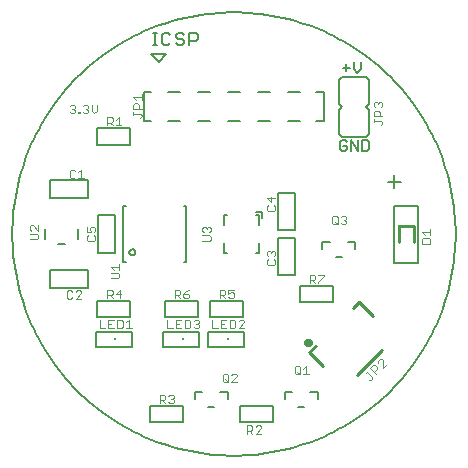
<source format=gto>
G75*
%MOIN*%
%OFA0B0*%
%FSLAX24Y24*%
%IPPOS*%
%LPD*%
%AMOC8*
5,1,8,0,0,1.08239X$1,22.5*
%
%ADD10C,0.0080*%
%ADD11C,0.0060*%
%ADD12C,0.0050*%
%ADD13C,0.0040*%
%ADD14R,0.0098X0.0098*%
%ADD15C,0.0100*%
%ADD16R,0.0551X0.0079*%
%ADD17C,0.0157*%
%ADD18C,0.0070*%
D10*
X009160Y005250D02*
X009360Y005250D01*
X009810Y005500D02*
X009810Y005750D01*
X009560Y005750D01*
X008960Y005750D02*
X008710Y005750D01*
X008710Y005500D01*
X011710Y005500D02*
X011710Y005750D01*
X011960Y005750D01*
X012560Y005750D02*
X012810Y005750D01*
X012810Y005500D01*
X012360Y005250D02*
X012160Y005250D01*
X008415Y010055D02*
X008415Y011945D01*
X008336Y011945D01*
X002623Y011000D02*
X002625Y011181D01*
X002632Y011362D01*
X002643Y011543D01*
X002659Y011724D01*
X002679Y011904D01*
X002703Y012084D01*
X002732Y012263D01*
X002765Y012441D01*
X002802Y012619D01*
X002844Y012795D01*
X002891Y012970D01*
X002941Y013144D01*
X002996Y013317D01*
X003055Y013489D01*
X003118Y013659D01*
X003185Y013827D01*
X003257Y013994D01*
X003332Y014158D01*
X003412Y014321D01*
X003495Y014482D01*
X003583Y014641D01*
X003674Y014798D01*
X003769Y014952D01*
X003868Y015104D01*
X003971Y015253D01*
X004077Y015400D01*
X004186Y015545D01*
X004300Y015686D01*
X004416Y015825D01*
X004537Y015961D01*
X004660Y016094D01*
X004787Y016223D01*
X004916Y016350D01*
X005049Y016473D01*
X005185Y016594D01*
X005324Y016710D01*
X005465Y016824D01*
X005610Y016933D01*
X005757Y017039D01*
X005906Y017142D01*
X006058Y017241D01*
X006212Y017336D01*
X006369Y017427D01*
X006528Y017515D01*
X006689Y017598D01*
X006852Y017678D01*
X007016Y017753D01*
X007183Y017825D01*
X007351Y017892D01*
X007521Y017955D01*
X007693Y018014D01*
X007866Y018069D01*
X008040Y018119D01*
X008215Y018166D01*
X008391Y018208D01*
X008569Y018245D01*
X008747Y018278D01*
X008926Y018307D01*
X009106Y018331D01*
X009286Y018351D01*
X009467Y018367D01*
X009648Y018378D01*
X009829Y018385D01*
X010010Y018387D01*
X010191Y018385D01*
X010372Y018378D01*
X010553Y018367D01*
X010734Y018351D01*
X010914Y018331D01*
X011094Y018307D01*
X011273Y018278D01*
X011451Y018245D01*
X011629Y018208D01*
X011805Y018166D01*
X011980Y018119D01*
X012154Y018069D01*
X012327Y018014D01*
X012499Y017955D01*
X012669Y017892D01*
X012837Y017825D01*
X013004Y017753D01*
X013168Y017678D01*
X013331Y017598D01*
X013492Y017515D01*
X013651Y017427D01*
X013808Y017336D01*
X013962Y017241D01*
X014114Y017142D01*
X014263Y017039D01*
X014410Y016933D01*
X014555Y016824D01*
X014696Y016710D01*
X014835Y016594D01*
X014971Y016473D01*
X015104Y016350D01*
X015233Y016223D01*
X015360Y016094D01*
X015483Y015961D01*
X015604Y015825D01*
X015720Y015686D01*
X015834Y015545D01*
X015943Y015400D01*
X016049Y015253D01*
X016152Y015104D01*
X016251Y014952D01*
X016346Y014798D01*
X016437Y014641D01*
X016525Y014482D01*
X016608Y014321D01*
X016688Y014158D01*
X016763Y013994D01*
X016835Y013827D01*
X016902Y013659D01*
X016965Y013489D01*
X017024Y013317D01*
X017079Y013144D01*
X017129Y012970D01*
X017176Y012795D01*
X017218Y012619D01*
X017255Y012441D01*
X017288Y012263D01*
X017317Y012084D01*
X017341Y011904D01*
X017361Y011724D01*
X017377Y011543D01*
X017388Y011362D01*
X017395Y011181D01*
X017397Y011000D01*
X017395Y010819D01*
X017388Y010638D01*
X017377Y010457D01*
X017361Y010276D01*
X017341Y010096D01*
X017317Y009916D01*
X017288Y009737D01*
X017255Y009559D01*
X017218Y009381D01*
X017176Y009205D01*
X017129Y009030D01*
X017079Y008856D01*
X017024Y008683D01*
X016965Y008511D01*
X016902Y008341D01*
X016835Y008173D01*
X016763Y008006D01*
X016688Y007842D01*
X016608Y007679D01*
X016525Y007518D01*
X016437Y007359D01*
X016346Y007202D01*
X016251Y007048D01*
X016152Y006896D01*
X016049Y006747D01*
X015943Y006600D01*
X015834Y006455D01*
X015720Y006314D01*
X015604Y006175D01*
X015483Y006039D01*
X015360Y005906D01*
X015233Y005777D01*
X015104Y005650D01*
X014971Y005527D01*
X014835Y005406D01*
X014696Y005290D01*
X014555Y005176D01*
X014410Y005067D01*
X014263Y004961D01*
X014114Y004858D01*
X013962Y004759D01*
X013808Y004664D01*
X013651Y004573D01*
X013492Y004485D01*
X013331Y004402D01*
X013168Y004322D01*
X013004Y004247D01*
X012837Y004175D01*
X012669Y004108D01*
X012499Y004045D01*
X012327Y003986D01*
X012154Y003931D01*
X011980Y003881D01*
X011805Y003834D01*
X011629Y003792D01*
X011451Y003755D01*
X011273Y003722D01*
X011094Y003693D01*
X010914Y003669D01*
X010734Y003649D01*
X010553Y003633D01*
X010372Y003622D01*
X010191Y003615D01*
X010010Y003613D01*
X009829Y003615D01*
X009648Y003622D01*
X009467Y003633D01*
X009286Y003649D01*
X009106Y003669D01*
X008926Y003693D01*
X008747Y003722D01*
X008569Y003755D01*
X008391Y003792D01*
X008215Y003834D01*
X008040Y003881D01*
X007866Y003931D01*
X007693Y003986D01*
X007521Y004045D01*
X007351Y004108D01*
X007183Y004175D01*
X007016Y004247D01*
X006852Y004322D01*
X006689Y004402D01*
X006528Y004485D01*
X006369Y004573D01*
X006212Y004664D01*
X006058Y004759D01*
X005906Y004858D01*
X005757Y004961D01*
X005610Y005067D01*
X005465Y005176D01*
X005324Y005290D01*
X005185Y005406D01*
X005049Y005527D01*
X004916Y005650D01*
X004787Y005777D01*
X004660Y005906D01*
X004537Y006039D01*
X004416Y006175D01*
X004300Y006314D01*
X004186Y006455D01*
X004077Y006600D01*
X003971Y006747D01*
X003868Y006896D01*
X003769Y007048D01*
X003674Y007202D01*
X003583Y007359D01*
X003495Y007518D01*
X003412Y007679D01*
X003332Y007842D01*
X003257Y008006D01*
X003185Y008173D01*
X003118Y008341D01*
X003055Y008511D01*
X002996Y008683D01*
X002941Y008856D01*
X002891Y009030D01*
X002844Y009205D01*
X002802Y009381D01*
X002765Y009559D01*
X002732Y009737D01*
X002703Y009916D01*
X002679Y010096D01*
X002659Y010276D01*
X002643Y010457D01*
X002632Y010638D01*
X002625Y010819D01*
X002623Y011000D01*
X003700Y010831D02*
X003700Y011169D01*
X004820Y011169D02*
X004820Y010831D01*
X004365Y010681D02*
X004154Y010681D01*
X006328Y010055D02*
X006407Y010055D01*
X006328Y010055D02*
X006328Y011945D01*
X006407Y011945D01*
X008336Y010055D02*
X008415Y010055D01*
X012960Y010500D02*
X012960Y010750D01*
X013210Y010750D01*
X013810Y010750D02*
X014060Y010750D01*
X014060Y010500D01*
X013610Y010250D02*
X013410Y010250D01*
X015360Y012540D02*
X015360Y012954D01*
X015567Y012747D02*
X015153Y012747D01*
X007760Y017000D02*
X007510Y016750D01*
X007260Y017000D01*
X007760Y017000D01*
X007817Y017290D02*
X007677Y017290D01*
X007606Y017360D01*
X007606Y017640D01*
X007677Y017710D01*
X007817Y017710D01*
X007887Y017640D01*
X008067Y017640D02*
X008067Y017570D01*
X008137Y017500D01*
X008277Y017500D01*
X008347Y017430D01*
X008347Y017360D01*
X008277Y017290D01*
X008137Y017290D01*
X008067Y017360D01*
X007887Y017360D02*
X007817Y017290D01*
X007440Y017290D02*
X007300Y017290D01*
X007370Y017290D02*
X007370Y017710D01*
X007300Y017710D02*
X007440Y017710D01*
X008067Y017640D02*
X008137Y017710D01*
X008277Y017710D01*
X008347Y017640D01*
X008527Y017710D02*
X008527Y017290D01*
X008527Y017430D02*
X008737Y017430D01*
X008807Y017500D01*
X008807Y017640D01*
X008737Y017710D01*
X008527Y017710D01*
D11*
X013510Y016150D02*
X013510Y015350D01*
X013610Y015250D01*
X013510Y015150D01*
X013510Y014350D01*
X013610Y014250D01*
X014410Y014250D01*
X014510Y014350D01*
X014510Y015150D01*
X014410Y015250D01*
X014510Y015350D01*
X014510Y016150D01*
X014410Y016250D01*
X013610Y016250D01*
X013510Y016150D01*
X013753Y016437D02*
X013753Y016664D01*
X013640Y016550D02*
X013866Y016550D01*
X014008Y016493D02*
X014121Y016380D01*
X014235Y016493D01*
X014235Y016720D01*
X014008Y016720D02*
X014008Y016493D01*
X013908Y014120D02*
X014135Y013780D01*
X014135Y014120D01*
X014276Y014120D02*
X014446Y014120D01*
X014503Y014064D01*
X014503Y013837D01*
X014446Y013780D01*
X014276Y013780D01*
X014276Y014120D01*
X013908Y014120D02*
X013908Y013780D01*
X013766Y013837D02*
X013766Y013950D01*
X013653Y013950D01*
X013766Y013837D02*
X013710Y013780D01*
X013596Y013780D01*
X013540Y013837D01*
X013540Y014064D01*
X013596Y014120D01*
X013710Y014120D01*
X013766Y014064D01*
D12*
X008311Y004724D02*
X007208Y004724D01*
X007208Y005276D01*
X008311Y005276D01*
X008311Y004724D01*
X010208Y004724D02*
X011311Y004724D01*
X011311Y005276D01*
X010208Y005276D01*
X010208Y004724D01*
X010360Y007250D02*
X009160Y007250D01*
X009160Y007750D01*
X010360Y007750D01*
X010360Y007250D01*
X008860Y007250D02*
X007660Y007250D01*
X007660Y007750D01*
X008860Y007750D01*
X008860Y007250D01*
X008811Y008224D02*
X007708Y008224D01*
X007708Y008776D01*
X008811Y008776D01*
X008811Y008224D01*
X009208Y008224D02*
X009208Y008776D01*
X010311Y008776D01*
X010311Y008224D01*
X009208Y008224D01*
X006610Y007750D02*
X006610Y007250D01*
X005410Y007250D01*
X005410Y007750D01*
X006610Y007750D01*
X006561Y008224D02*
X005458Y008224D01*
X005458Y008776D01*
X006561Y008776D01*
X006561Y008224D01*
X005139Y009213D02*
X003880Y009213D01*
X003880Y009787D01*
X005139Y009787D01*
X005139Y009213D01*
X005473Y010370D02*
X006047Y010370D01*
X006047Y011630D01*
X005473Y011630D01*
X005473Y010370D01*
X006526Y010390D02*
X006528Y010409D01*
X006533Y010428D01*
X006543Y010444D01*
X006555Y010459D01*
X006570Y010471D01*
X006586Y010481D01*
X006605Y010486D01*
X006624Y010488D01*
X006643Y010486D01*
X006662Y010481D01*
X006678Y010471D01*
X006693Y010459D01*
X006705Y010444D01*
X006715Y010428D01*
X006720Y010409D01*
X006722Y010390D01*
X006720Y010371D01*
X006715Y010352D01*
X006705Y010336D01*
X006693Y010321D01*
X006678Y010309D01*
X006662Y010299D01*
X006643Y010294D01*
X006624Y010292D01*
X006605Y010294D01*
X006586Y010299D01*
X006570Y010309D01*
X006555Y010321D01*
X006543Y010336D01*
X006533Y010352D01*
X006528Y010371D01*
X006526Y010390D01*
X009669Y010370D02*
X009767Y010370D01*
X009669Y010370D02*
X009669Y010705D01*
X010752Y010370D02*
X010850Y010370D01*
X010850Y010705D01*
X011473Y010880D02*
X011473Y009620D01*
X012047Y009620D01*
X012047Y010880D01*
X011473Y010880D01*
X011473Y011120D02*
X011473Y012380D01*
X012047Y012380D01*
X012047Y011120D01*
X011473Y011120D01*
X010850Y011295D02*
X010850Y011630D01*
X010752Y011630D01*
X010752Y011728D02*
X010948Y011728D01*
X010948Y011551D01*
X009767Y011630D02*
X009669Y011630D01*
X009669Y011295D01*
X012208Y009276D02*
X012208Y008724D01*
X013311Y008724D01*
X013311Y009276D01*
X012208Y009276D01*
X015360Y010050D02*
X016160Y010050D01*
X016160Y011950D01*
X015360Y011950D01*
X015360Y010050D01*
X006561Y013974D02*
X006561Y014526D01*
X005458Y014526D01*
X005458Y013974D01*
X006561Y013974D01*
X005139Y012787D02*
X003880Y012787D01*
X003880Y012213D01*
X005139Y012213D01*
X005139Y012787D01*
D13*
X005011Y012870D02*
X004824Y012870D01*
X004918Y012870D02*
X004918Y013150D01*
X004824Y013057D01*
X004716Y013104D02*
X004670Y013150D01*
X004576Y013150D01*
X004530Y013104D01*
X004530Y012917D01*
X004576Y012870D01*
X004670Y012870D01*
X004716Y012917D01*
X005109Y011251D02*
X005109Y011065D01*
X005249Y011065D01*
X005203Y011158D01*
X005203Y011205D01*
X005249Y011251D01*
X005343Y011251D01*
X005390Y011205D01*
X005390Y011111D01*
X005343Y011065D01*
X005343Y010957D02*
X005390Y010910D01*
X005390Y010817D01*
X005343Y010770D01*
X005156Y010770D01*
X005109Y010817D01*
X005109Y010910D01*
X005156Y010957D01*
X003490Y010960D02*
X003490Y010867D01*
X003443Y010820D01*
X003209Y010820D01*
X003209Y011007D02*
X003443Y011007D01*
X003490Y010960D01*
X003490Y011115D02*
X003303Y011301D01*
X003256Y011301D01*
X003209Y011255D01*
X003209Y011161D01*
X003256Y011115D01*
X003490Y011115D02*
X003490Y011301D01*
X005909Y009908D02*
X006190Y009908D01*
X006190Y009815D02*
X006190Y010001D01*
X006003Y009815D02*
X005909Y009908D01*
X005909Y009707D02*
X006143Y009707D01*
X006190Y009660D01*
X006190Y009567D01*
X006143Y009520D01*
X005909Y009520D01*
X005920Y009150D02*
X005780Y009150D01*
X005780Y008870D01*
X005780Y008963D02*
X005920Y008963D01*
X005966Y009010D01*
X005966Y009104D01*
X005920Y009150D01*
X005873Y008963D02*
X005966Y008870D01*
X006074Y009010D02*
X006261Y009010D01*
X006214Y008870D02*
X006214Y009150D01*
X006074Y009010D01*
X004922Y009037D02*
X004735Y008850D01*
X004922Y008850D01*
X004922Y009037D02*
X004922Y009084D01*
X004875Y009130D01*
X004782Y009130D01*
X004735Y009084D01*
X004627Y009084D02*
X004580Y009130D01*
X004487Y009130D01*
X004440Y009084D01*
X004440Y008897D01*
X004487Y008850D01*
X004580Y008850D01*
X004627Y008897D01*
X005530Y008150D02*
X005530Y007870D01*
X005716Y007870D01*
X005824Y007870D02*
X006011Y007870D01*
X006119Y007870D02*
X006259Y007870D01*
X006306Y007917D01*
X006306Y008104D01*
X006259Y008150D01*
X006119Y008150D01*
X006119Y007870D01*
X005918Y008010D02*
X005824Y008010D01*
X005824Y008150D02*
X005824Y007870D01*
X005824Y008150D02*
X006011Y008150D01*
X006413Y008057D02*
X006507Y008150D01*
X006507Y007870D01*
X006600Y007870D02*
X006413Y007870D01*
X007780Y007870D02*
X007966Y007870D01*
X008074Y007870D02*
X008261Y007870D01*
X008369Y007870D02*
X008509Y007870D01*
X008556Y007917D01*
X008556Y008104D01*
X008509Y008150D01*
X008369Y008150D01*
X008369Y007870D01*
X008168Y008010D02*
X008074Y008010D01*
X008074Y008150D02*
X008074Y007870D01*
X008074Y008150D02*
X008261Y008150D01*
X008663Y008104D02*
X008710Y008150D01*
X008804Y008150D01*
X008850Y008104D01*
X008850Y008057D01*
X008804Y008010D01*
X008850Y007963D01*
X008850Y007917D01*
X008804Y007870D01*
X008710Y007870D01*
X008663Y007917D01*
X008757Y008010D02*
X008804Y008010D01*
X009280Y007870D02*
X009466Y007870D01*
X009574Y007870D02*
X009574Y008150D01*
X009761Y008150D01*
X009869Y008150D02*
X010009Y008150D01*
X010056Y008104D01*
X010056Y007917D01*
X010009Y007870D01*
X009869Y007870D01*
X009869Y008150D01*
X009668Y008010D02*
X009574Y008010D01*
X009574Y007870D02*
X009761Y007870D01*
X010163Y007870D02*
X010350Y008057D01*
X010350Y008104D01*
X010304Y008150D01*
X010210Y008150D01*
X010163Y008104D01*
X010163Y007870D02*
X010350Y007870D01*
X009280Y007870D02*
X009280Y008150D01*
X007780Y008150D02*
X007780Y007870D01*
X008030Y008870D02*
X008030Y009150D01*
X008170Y009150D01*
X008216Y009104D01*
X008216Y009010D01*
X008170Y008963D01*
X008030Y008963D01*
X008123Y008963D02*
X008216Y008870D01*
X008324Y008917D02*
X008371Y008870D01*
X008464Y008870D01*
X008511Y008917D01*
X008511Y008963D01*
X008464Y009010D01*
X008324Y009010D01*
X008324Y008917D01*
X008324Y009010D02*
X008418Y009104D01*
X008511Y009150D01*
X009530Y009150D02*
X009530Y008870D01*
X009530Y008963D02*
X009670Y008963D01*
X009716Y009010D01*
X009716Y009104D01*
X009670Y009150D01*
X009530Y009150D01*
X009623Y008963D02*
X009716Y008870D01*
X009824Y008917D02*
X009871Y008870D01*
X009964Y008870D01*
X010011Y008917D01*
X010011Y009010D01*
X009964Y009057D01*
X009918Y009057D01*
X009824Y009010D01*
X009824Y009150D01*
X010011Y009150D01*
X011109Y010017D02*
X011156Y009970D01*
X011343Y009970D01*
X011390Y010017D01*
X011390Y010110D01*
X011343Y010157D01*
X011343Y010265D02*
X011390Y010311D01*
X011390Y010405D01*
X011343Y010451D01*
X011296Y010451D01*
X011249Y010405D01*
X011249Y010358D01*
X011249Y010405D02*
X011203Y010451D01*
X011156Y010451D01*
X011109Y010405D01*
X011109Y010311D01*
X011156Y010265D01*
X011156Y010157D02*
X011109Y010110D01*
X011109Y010017D01*
X012530Y009650D02*
X012530Y009370D01*
X012530Y009463D02*
X012670Y009463D01*
X012716Y009510D01*
X012716Y009604D01*
X012670Y009650D01*
X012530Y009650D01*
X012623Y009463D02*
X012716Y009370D01*
X012824Y009370D02*
X012824Y009417D01*
X013011Y009604D01*
X013011Y009650D01*
X012824Y009650D01*
X013326Y011320D02*
X013280Y011367D01*
X013280Y011554D01*
X013326Y011600D01*
X013420Y011600D01*
X013466Y011554D01*
X013466Y011367D01*
X013420Y011320D01*
X013326Y011320D01*
X013373Y011413D02*
X013466Y011320D01*
X013574Y011367D02*
X013621Y011320D01*
X013714Y011320D01*
X013761Y011367D01*
X013761Y011413D01*
X013714Y011460D01*
X013668Y011460D01*
X013714Y011460D02*
X013761Y011507D01*
X013761Y011554D01*
X013714Y011600D01*
X013621Y011600D01*
X013574Y011554D01*
X011390Y011817D02*
X011390Y011910D01*
X011343Y011957D01*
X011249Y012065D02*
X011249Y012251D01*
X011109Y012205D02*
X011249Y012065D01*
X011156Y011957D02*
X011109Y011910D01*
X011109Y011817D01*
X011156Y011770D01*
X011343Y011770D01*
X011390Y011817D01*
X011390Y012205D02*
X011109Y012205D01*
X009240Y011205D02*
X009240Y011111D01*
X009193Y011065D01*
X009193Y010957D02*
X008959Y010957D01*
X009006Y011065D02*
X008959Y011111D01*
X008959Y011205D01*
X009006Y011251D01*
X009053Y011251D01*
X009099Y011205D01*
X009146Y011251D01*
X009193Y011251D01*
X009240Y011205D01*
X009099Y011205D02*
X009099Y011158D01*
X009193Y010957D02*
X009240Y010910D01*
X009240Y010817D01*
X009193Y010770D01*
X008959Y010770D01*
X016279Y010821D02*
X016279Y010681D01*
X016560Y010681D01*
X016560Y010821D01*
X016513Y010868D01*
X016326Y010868D01*
X016279Y010821D01*
X016373Y010975D02*
X016279Y011069D01*
X016560Y011069D01*
X016560Y011162D02*
X016560Y010975D01*
X014913Y014636D02*
X014960Y014683D01*
X014960Y014729D01*
X014913Y014776D01*
X014679Y014776D01*
X014679Y014729D02*
X014679Y014823D01*
X014679Y014931D02*
X014679Y015071D01*
X014726Y015118D01*
X014819Y015118D01*
X014866Y015071D01*
X014866Y014931D01*
X014960Y014931D02*
X014679Y014931D01*
X014726Y015225D02*
X014679Y015272D01*
X014679Y015365D01*
X014726Y015412D01*
X014773Y015412D01*
X014819Y015365D01*
X014866Y015412D01*
X014913Y015412D01*
X014960Y015365D01*
X014960Y015272D01*
X014913Y015225D01*
X014819Y015319D02*
X014819Y015365D01*
X006932Y015466D02*
X006932Y015652D01*
X006932Y015559D02*
X006652Y015559D01*
X006745Y015466D01*
X006699Y015358D02*
X006792Y015358D01*
X006839Y015311D01*
X006839Y015171D01*
X006932Y015171D02*
X006652Y015171D01*
X006652Y015311D01*
X006699Y015358D01*
X006652Y015063D02*
X006652Y014970D01*
X006652Y015016D02*
X006885Y015016D01*
X006932Y014970D01*
X006932Y014923D01*
X006885Y014876D01*
X006261Y014620D02*
X006074Y014620D01*
X006168Y014620D02*
X006168Y014900D01*
X006074Y014807D01*
X005966Y014854D02*
X005966Y014760D01*
X005920Y014713D01*
X005780Y014713D01*
X005873Y014713D02*
X005966Y014620D01*
X005780Y014620D02*
X005780Y014900D01*
X005920Y014900D01*
X005966Y014854D01*
X005453Y015113D02*
X005453Y015300D01*
X005453Y015113D02*
X005360Y015020D01*
X005266Y015113D01*
X005266Y015300D01*
X005158Y015254D02*
X005158Y015207D01*
X005112Y015160D01*
X005158Y015113D01*
X005158Y015067D01*
X005112Y015020D01*
X005018Y015020D01*
X004971Y015067D01*
X004871Y015067D02*
X004871Y015020D01*
X004824Y015020D01*
X004824Y015067D01*
X004871Y015067D01*
X004716Y015067D02*
X004670Y015020D01*
X004576Y015020D01*
X004530Y015067D01*
X004623Y015160D02*
X004670Y015160D01*
X004716Y015113D01*
X004716Y015067D01*
X004670Y015160D02*
X004716Y015207D01*
X004716Y015254D01*
X004670Y015300D01*
X004576Y015300D01*
X004530Y015254D01*
X004971Y015254D02*
X005018Y015300D01*
X005112Y015300D01*
X005158Y015254D01*
X005112Y015160D02*
X005065Y015160D01*
X014801Y006761D02*
X014801Y006695D01*
X014801Y006761D02*
X014867Y006827D01*
X014933Y006827D01*
X014966Y006794D01*
X014966Y006530D01*
X015098Y006662D01*
X014791Y006553D02*
X014791Y006487D01*
X014692Y006388D01*
X014758Y006322D02*
X014559Y006520D01*
X014658Y006619D01*
X014725Y006619D01*
X014791Y006553D01*
X014483Y006444D02*
X014417Y006378D01*
X014450Y006411D02*
X014615Y006246D01*
X014615Y006180D01*
X014582Y006147D01*
X014516Y006147D01*
X012511Y006320D02*
X012324Y006320D01*
X012418Y006320D02*
X012418Y006600D01*
X012324Y006507D01*
X012216Y006554D02*
X012216Y006367D01*
X012170Y006320D01*
X012076Y006320D01*
X012030Y006367D01*
X012030Y006554D01*
X012076Y006600D01*
X012170Y006600D01*
X012216Y006554D01*
X012123Y006413D02*
X012216Y006320D01*
X010111Y006257D02*
X010111Y006304D01*
X010064Y006350D01*
X009971Y006350D01*
X009924Y006304D01*
X009816Y006304D02*
X009816Y006117D01*
X009770Y006070D01*
X009676Y006070D01*
X009630Y006117D01*
X009630Y006304D01*
X009676Y006350D01*
X009770Y006350D01*
X009816Y006304D01*
X009723Y006163D02*
X009816Y006070D01*
X009924Y006070D02*
X010111Y006257D01*
X010111Y006070D02*
X009924Y006070D01*
X008011Y005604D02*
X008011Y005557D01*
X007964Y005510D01*
X008011Y005463D01*
X008011Y005417D01*
X007964Y005370D01*
X007871Y005370D01*
X007824Y005417D01*
X007716Y005370D02*
X007623Y005463D01*
X007670Y005463D02*
X007530Y005463D01*
X007530Y005370D02*
X007530Y005650D01*
X007670Y005650D01*
X007716Y005604D01*
X007716Y005510D01*
X007670Y005463D01*
X007824Y005604D02*
X007871Y005650D01*
X007964Y005650D01*
X008011Y005604D01*
X007964Y005510D02*
X007918Y005510D01*
X010440Y004630D02*
X010440Y004350D01*
X010440Y004443D02*
X010580Y004443D01*
X010627Y004490D01*
X010627Y004584D01*
X010580Y004630D01*
X010440Y004630D01*
X010534Y004443D02*
X010627Y004350D01*
X010735Y004350D02*
X010922Y004537D01*
X010922Y004584D01*
X010875Y004630D01*
X010782Y004630D01*
X010735Y004584D01*
X010735Y004350D02*
X010922Y004350D01*
D14*
X009809Y007500D03*
X008309Y007500D03*
X006059Y007500D03*
D15*
X012522Y007067D02*
X012731Y007276D01*
X012522Y007067D02*
X012981Y006608D01*
X014123Y006302D02*
X014958Y007137D01*
X014651Y008278D02*
X014192Y008738D01*
X013983Y008529D01*
X015500Y010720D02*
X015500Y011280D01*
X016020Y011280D01*
X016020Y010720D01*
D16*
X015760Y011257D03*
D17*
X012424Y007388D02*
X012426Y007402D01*
X012432Y007416D01*
X012440Y007428D01*
X012452Y007436D01*
X012466Y007442D01*
X012480Y007444D01*
X012494Y007442D01*
X012508Y007436D01*
X012520Y007428D01*
X012528Y007416D01*
X012534Y007402D01*
X012536Y007388D01*
X012534Y007374D01*
X012528Y007360D01*
X012520Y007348D01*
X012508Y007340D01*
X012494Y007334D01*
X012480Y007332D01*
X012466Y007334D01*
X012452Y007340D01*
X012440Y007348D01*
X012432Y007360D01*
X012426Y007374D01*
X012424Y007388D01*
D18*
X012210Y014758D02*
X011810Y014758D01*
X011210Y014758D02*
X010810Y014758D01*
X010210Y014758D02*
X009810Y014758D01*
X009210Y014758D02*
X008810Y014758D01*
X008210Y014758D02*
X007810Y014758D01*
X007260Y014758D02*
X007010Y014758D01*
X007010Y015742D01*
X007260Y015742D01*
X007810Y015742D02*
X008210Y015742D01*
X008810Y015742D02*
X009210Y015742D01*
X009810Y015742D02*
X010210Y015742D01*
X010810Y015742D02*
X011210Y015742D01*
X011810Y015742D02*
X012210Y015742D01*
X012760Y015742D02*
X013010Y015742D01*
X013010Y014758D01*
X012760Y014758D01*
M02*

</source>
